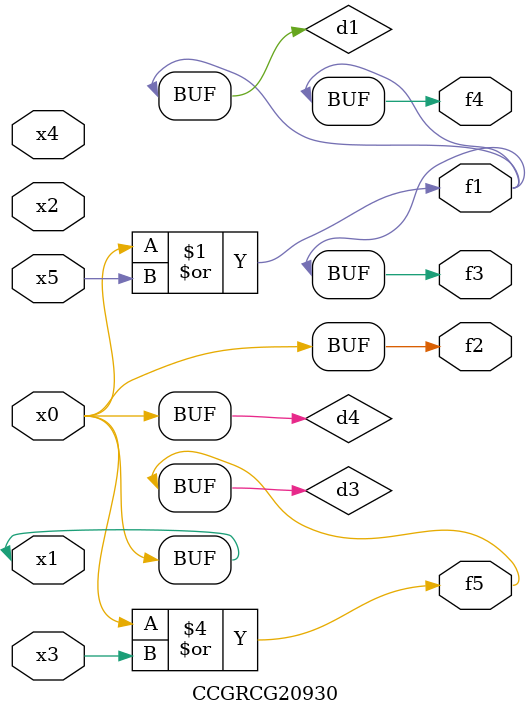
<source format=v>
module CCGRCG20930(
	input x0, x1, x2, x3, x4, x5,
	output f1, f2, f3, f4, f5
);

	wire d1, d2, d3, d4;

	or (d1, x0, x5);
	xnor (d2, x1, x4);
	or (d3, x0, x3);
	buf (d4, x0, x1);
	assign f1 = d1;
	assign f2 = d4;
	assign f3 = d1;
	assign f4 = d1;
	assign f5 = d3;
endmodule

</source>
